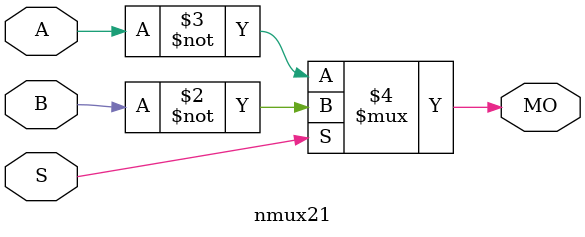
<source format=v>
module nmux21 (MO,
               A,
               B,
               S);
    input A, B, S; 
    output MO; 
    assign MO = (S == 1) ? ~B : ~A; 
endmodule
</source>
